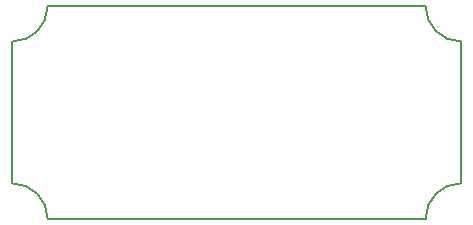
<source format=gbr>
G04 #@! TF.GenerationSoftware,KiCad,Pcbnew,5.0.1-33cea8e~68~ubuntu16.04.1*
G04 #@! TF.CreationDate,2018-10-31T23:40:33-04:00*
G04 #@! TF.ProjectId,motor controller,6D6F746F7220636F6E74726F6C6C6572,rev?*
G04 #@! TF.SameCoordinates,Original*
G04 #@! TF.FileFunction,Profile,NP*
%FSLAX46Y46*%
G04 Gerber Fmt 4.6, Leading zero omitted, Abs format (unit mm)*
G04 Created by KiCad (PCBNEW 5.0.1-33cea8e~68~ubuntu16.04.1) date Wed 31 Oct 2018 11:40:33 PM EDT*
%MOMM*%
%LPD*%
G01*
G04 APERTURE LIST*
%ADD10C,0.150000*%
%ADD11C,0.200000*%
G04 APERTURE END LIST*
D10*
X38000000Y-3000000D02*
G75*
G02X35000000Y0I0J3000000D01*
G01*
X38000000Y-15000000D02*
G75*
G03X35000000Y-18000000I0J-3000000D01*
G01*
X0Y-15000000D02*
G75*
G02X3000000Y-18000000I0J-3000000D01*
G01*
X0Y-3000000D02*
G75*
G03X3000000Y0I0J3000000D01*
G01*
X38000000Y-3000000D02*
X38000000Y-15000000D01*
X3000000Y-18000000D02*
X35000000Y-18000000D01*
X0Y-3000000D02*
X0Y-15000000D01*
D11*
X3000000Y0D02*
X35000000Y0D01*
M02*

</source>
